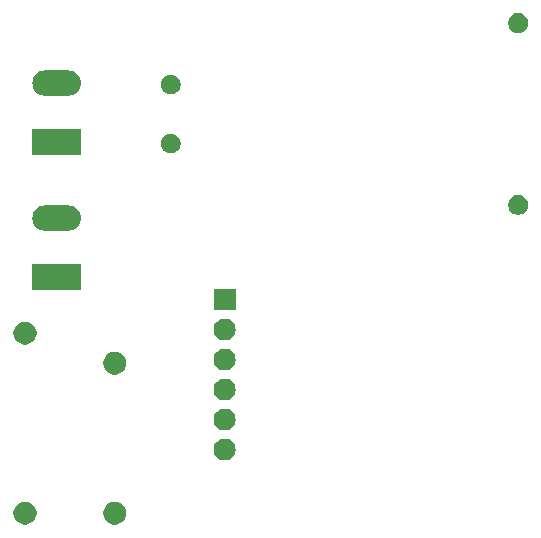
<source format=gbs>
G04 #@! TF.GenerationSoftware,KiCad,Pcbnew,5.0.2-bee76a0~70~ubuntu18.04.1*
G04 #@! TF.CreationDate,2019-03-23T21:35:37+01:00*
G04 #@! TF.ProjectId,AC Relay,41432052-656c-4617-992e-6b696361645f,rev?*
G04 #@! TF.SameCoordinates,Original*
G04 #@! TF.FileFunction,Soldermask,Bot*
G04 #@! TF.FilePolarity,Negative*
%FSLAX46Y46*%
G04 Gerber Fmt 4.6, Leading zero omitted, Abs format (unit mm)*
G04 Created by KiCad (PCBNEW 5.0.2-bee76a0~70~ubuntu18.04.1) date sáb 23 mar 2019 21:35:37 CET*
%MOMM*%
%LPD*%
G01*
G04 APERTURE LIST*
%ADD10C,0.100000*%
G04 APERTURE END LIST*
D10*
G36*
X80899397Y-90927468D02*
X81076836Y-91000966D01*
X81236527Y-91107668D01*
X81372332Y-91243473D01*
X81479034Y-91403164D01*
X81552532Y-91580603D01*
X81590000Y-91768971D01*
X81590000Y-91961029D01*
X81552532Y-92149397D01*
X81479034Y-92326836D01*
X81372332Y-92486527D01*
X81236527Y-92622332D01*
X81076836Y-92729034D01*
X80899397Y-92802532D01*
X80711029Y-92840000D01*
X80518971Y-92840000D01*
X80330603Y-92802532D01*
X80153164Y-92729034D01*
X79993473Y-92622332D01*
X79857668Y-92486527D01*
X79750966Y-92326836D01*
X79677468Y-92149397D01*
X79640000Y-91961029D01*
X79640000Y-91768971D01*
X79677468Y-91580603D01*
X79750966Y-91403164D01*
X79857668Y-91243473D01*
X79993473Y-91107668D01*
X80153164Y-91000966D01*
X80330603Y-90927468D01*
X80518971Y-90890000D01*
X80711029Y-90890000D01*
X80899397Y-90927468D01*
X80899397Y-90927468D01*
G37*
G36*
X73299397Y-90927468D02*
X73476836Y-91000966D01*
X73636527Y-91107668D01*
X73772332Y-91243473D01*
X73879034Y-91403164D01*
X73952532Y-91580603D01*
X73990000Y-91768971D01*
X73990000Y-91961029D01*
X73952532Y-92149397D01*
X73879034Y-92326836D01*
X73772332Y-92486527D01*
X73636527Y-92622332D01*
X73476836Y-92729034D01*
X73299397Y-92802532D01*
X73111029Y-92840000D01*
X72918971Y-92840000D01*
X72730603Y-92802532D01*
X72553164Y-92729034D01*
X72393473Y-92622332D01*
X72257668Y-92486527D01*
X72150966Y-92326836D01*
X72077468Y-92149397D01*
X72040000Y-91961029D01*
X72040000Y-91768971D01*
X72077468Y-91580603D01*
X72150966Y-91403164D01*
X72257668Y-91243473D01*
X72393473Y-91107668D01*
X72553164Y-91000966D01*
X72730603Y-90927468D01*
X72918971Y-90890000D01*
X73111029Y-90890000D01*
X73299397Y-90927468D01*
X73299397Y-90927468D01*
G37*
G36*
X90097330Y-85575384D02*
X90271696Y-85628277D01*
X90432390Y-85714170D01*
X90573238Y-85829762D01*
X90688830Y-85970610D01*
X90774723Y-86131304D01*
X90827616Y-86305670D01*
X90845475Y-86487000D01*
X90827616Y-86668330D01*
X90774723Y-86842696D01*
X90688830Y-87003390D01*
X90573238Y-87144238D01*
X90432390Y-87259830D01*
X90271696Y-87345723D01*
X90097330Y-87398616D01*
X89961438Y-87412000D01*
X89870562Y-87412000D01*
X89734670Y-87398616D01*
X89560304Y-87345723D01*
X89399610Y-87259830D01*
X89258762Y-87144238D01*
X89143170Y-87003390D01*
X89057277Y-86842696D01*
X89004384Y-86668330D01*
X88986525Y-86487000D01*
X89004384Y-86305670D01*
X89057277Y-86131304D01*
X89143170Y-85970610D01*
X89258762Y-85829762D01*
X89399610Y-85714170D01*
X89560304Y-85628277D01*
X89734670Y-85575384D01*
X89870562Y-85562000D01*
X89961438Y-85562000D01*
X90097330Y-85575384D01*
X90097330Y-85575384D01*
G37*
G36*
X90097330Y-83035384D02*
X90271696Y-83088277D01*
X90432390Y-83174170D01*
X90573238Y-83289762D01*
X90688830Y-83430610D01*
X90774723Y-83591304D01*
X90827616Y-83765670D01*
X90845475Y-83947000D01*
X90827616Y-84128330D01*
X90774723Y-84302696D01*
X90688830Y-84463390D01*
X90573238Y-84604238D01*
X90432390Y-84719830D01*
X90271696Y-84805723D01*
X90097330Y-84858616D01*
X89961438Y-84872000D01*
X89870562Y-84872000D01*
X89734670Y-84858616D01*
X89560304Y-84805723D01*
X89399610Y-84719830D01*
X89258762Y-84604238D01*
X89143170Y-84463390D01*
X89057277Y-84302696D01*
X89004384Y-84128330D01*
X88986525Y-83947000D01*
X89004384Y-83765670D01*
X89057277Y-83591304D01*
X89143170Y-83430610D01*
X89258762Y-83289762D01*
X89399610Y-83174170D01*
X89560304Y-83088277D01*
X89734670Y-83035384D01*
X89870562Y-83022000D01*
X89961438Y-83022000D01*
X90097330Y-83035384D01*
X90097330Y-83035384D01*
G37*
G36*
X90097330Y-80495384D02*
X90271696Y-80548277D01*
X90432390Y-80634170D01*
X90573238Y-80749762D01*
X90688830Y-80890610D01*
X90774723Y-81051304D01*
X90827616Y-81225670D01*
X90845475Y-81407000D01*
X90827616Y-81588330D01*
X90774723Y-81762696D01*
X90688830Y-81923390D01*
X90573238Y-82064238D01*
X90432390Y-82179830D01*
X90271696Y-82265723D01*
X90097330Y-82318616D01*
X89961438Y-82332000D01*
X89870562Y-82332000D01*
X89734670Y-82318616D01*
X89560304Y-82265723D01*
X89399610Y-82179830D01*
X89258762Y-82064238D01*
X89143170Y-81923390D01*
X89057277Y-81762696D01*
X89004384Y-81588330D01*
X88986525Y-81407000D01*
X89004384Y-81225670D01*
X89057277Y-81051304D01*
X89143170Y-80890610D01*
X89258762Y-80749762D01*
X89399610Y-80634170D01*
X89560304Y-80548277D01*
X89734670Y-80495384D01*
X89870562Y-80482000D01*
X89961438Y-80482000D01*
X90097330Y-80495384D01*
X90097330Y-80495384D01*
G37*
G36*
X80899397Y-78227468D02*
X81076836Y-78300966D01*
X81236527Y-78407668D01*
X81372332Y-78543473D01*
X81479034Y-78703164D01*
X81552532Y-78880603D01*
X81590000Y-79068971D01*
X81590000Y-79261029D01*
X81552532Y-79449397D01*
X81479034Y-79626836D01*
X81372332Y-79786527D01*
X81236527Y-79922332D01*
X81076836Y-80029034D01*
X80899397Y-80102532D01*
X80711029Y-80140000D01*
X80518971Y-80140000D01*
X80330603Y-80102532D01*
X80153164Y-80029034D01*
X79993473Y-79922332D01*
X79857668Y-79786527D01*
X79750966Y-79626836D01*
X79677468Y-79449397D01*
X79640000Y-79261029D01*
X79640000Y-79068971D01*
X79677468Y-78880603D01*
X79750966Y-78703164D01*
X79857668Y-78543473D01*
X79993473Y-78407668D01*
X80153164Y-78300966D01*
X80330603Y-78227468D01*
X80518971Y-78190000D01*
X80711029Y-78190000D01*
X80899397Y-78227468D01*
X80899397Y-78227468D01*
G37*
G36*
X90097330Y-77955384D02*
X90271696Y-78008277D01*
X90432390Y-78094170D01*
X90573238Y-78209762D01*
X90688830Y-78350610D01*
X90774723Y-78511304D01*
X90827616Y-78685670D01*
X90845475Y-78867000D01*
X90827616Y-79048330D01*
X90774723Y-79222696D01*
X90688830Y-79383390D01*
X90573238Y-79524238D01*
X90432390Y-79639830D01*
X90271696Y-79725723D01*
X90097330Y-79778616D01*
X89961438Y-79792000D01*
X89870562Y-79792000D01*
X89734670Y-79778616D01*
X89560304Y-79725723D01*
X89399610Y-79639830D01*
X89258762Y-79524238D01*
X89143170Y-79383390D01*
X89057277Y-79222696D01*
X89004384Y-79048330D01*
X88986525Y-78867000D01*
X89004384Y-78685670D01*
X89057277Y-78511304D01*
X89143170Y-78350610D01*
X89258762Y-78209762D01*
X89399610Y-78094170D01*
X89560304Y-78008277D01*
X89734670Y-77955384D01*
X89870562Y-77942000D01*
X89961438Y-77942000D01*
X90097330Y-77955384D01*
X90097330Y-77955384D01*
G37*
G36*
X73299397Y-75687468D02*
X73476836Y-75760966D01*
X73636527Y-75867668D01*
X73772332Y-76003473D01*
X73879034Y-76163164D01*
X73952532Y-76340603D01*
X73990000Y-76528971D01*
X73990000Y-76721029D01*
X73952532Y-76909397D01*
X73879034Y-77086836D01*
X73772332Y-77246527D01*
X73636527Y-77382332D01*
X73476836Y-77489034D01*
X73299397Y-77562532D01*
X73111029Y-77600000D01*
X72918971Y-77600000D01*
X72730603Y-77562532D01*
X72553164Y-77489034D01*
X72393473Y-77382332D01*
X72257668Y-77246527D01*
X72150966Y-77086836D01*
X72077468Y-76909397D01*
X72040000Y-76721029D01*
X72040000Y-76528971D01*
X72077468Y-76340603D01*
X72150966Y-76163164D01*
X72257668Y-76003473D01*
X72393473Y-75867668D01*
X72553164Y-75760966D01*
X72730603Y-75687468D01*
X72918971Y-75650000D01*
X73111029Y-75650000D01*
X73299397Y-75687468D01*
X73299397Y-75687468D01*
G37*
G36*
X90097330Y-75415384D02*
X90271696Y-75468277D01*
X90432390Y-75554170D01*
X90573238Y-75669762D01*
X90688830Y-75810610D01*
X90774723Y-75971304D01*
X90827616Y-76145670D01*
X90845475Y-76327000D01*
X90827616Y-76508330D01*
X90774723Y-76682696D01*
X90688830Y-76843390D01*
X90573238Y-76984238D01*
X90432390Y-77099830D01*
X90271696Y-77185723D01*
X90097330Y-77238616D01*
X89961438Y-77252000D01*
X89870562Y-77252000D01*
X89734670Y-77238616D01*
X89560304Y-77185723D01*
X89399610Y-77099830D01*
X89258762Y-76984238D01*
X89143170Y-76843390D01*
X89057277Y-76682696D01*
X89004384Y-76508330D01*
X88986525Y-76327000D01*
X89004384Y-76145670D01*
X89057277Y-75971304D01*
X89143170Y-75810610D01*
X89258762Y-75669762D01*
X89399610Y-75554170D01*
X89560304Y-75468277D01*
X89734670Y-75415384D01*
X89870562Y-75402000D01*
X89961438Y-75402000D01*
X90097330Y-75415384D01*
X90097330Y-75415384D01*
G37*
G36*
X90841000Y-74712000D02*
X88991000Y-74712000D01*
X88991000Y-72862000D01*
X90841000Y-72862000D01*
X90841000Y-74712000D01*
X90841000Y-74712000D01*
G37*
G36*
X77747000Y-72947000D02*
X73637000Y-72947000D01*
X73637000Y-70817000D01*
X77747000Y-70817000D01*
X77747000Y-72947000D01*
X77747000Y-72947000D01*
G37*
G36*
X76851661Y-65828557D02*
X76890778Y-65832410D01*
X77024612Y-65873009D01*
X77091530Y-65893308D01*
X77276545Y-65992200D01*
X77438712Y-66125288D01*
X77571800Y-66287455D01*
X77670692Y-66472470D01*
X77670692Y-66472471D01*
X77731590Y-66673222D01*
X77731590Y-66673224D01*
X77752153Y-66882000D01*
X77734974Y-67056420D01*
X77731590Y-67090778D01*
X77690991Y-67224612D01*
X77670692Y-67291530D01*
X77571800Y-67476545D01*
X77438712Y-67638712D01*
X77276545Y-67771800D01*
X77091530Y-67870692D01*
X77024612Y-67890991D01*
X76890778Y-67931590D01*
X76851661Y-67935443D01*
X76734318Y-67947000D01*
X74649682Y-67947000D01*
X74532339Y-67935443D01*
X74493222Y-67931590D01*
X74359388Y-67890991D01*
X74292470Y-67870692D01*
X74107455Y-67771800D01*
X73945288Y-67638712D01*
X73812200Y-67476545D01*
X73713308Y-67291530D01*
X73693009Y-67224612D01*
X73652410Y-67090778D01*
X73649026Y-67056420D01*
X73631847Y-66882000D01*
X73652410Y-66673224D01*
X73652410Y-66673222D01*
X73713308Y-66472471D01*
X73713308Y-66472470D01*
X73812200Y-66287455D01*
X73945288Y-66125288D01*
X74107455Y-65992200D01*
X74292470Y-65893308D01*
X74359388Y-65873009D01*
X74493222Y-65832410D01*
X74532339Y-65828557D01*
X74649682Y-65817000D01*
X76734318Y-65817000D01*
X76851661Y-65828557D01*
X76851661Y-65828557D01*
G37*
G36*
X115002144Y-64967165D02*
X115154469Y-65030260D01*
X115291557Y-65121860D01*
X115408140Y-65238443D01*
X115499740Y-65375531D01*
X115562835Y-65527856D01*
X115595000Y-65689561D01*
X115595000Y-65854439D01*
X115562835Y-66016144D01*
X115499740Y-66168469D01*
X115408140Y-66305557D01*
X115291557Y-66422140D01*
X115154469Y-66513740D01*
X115002144Y-66576835D01*
X114840439Y-66609000D01*
X114675561Y-66609000D01*
X114513856Y-66576835D01*
X114361531Y-66513740D01*
X114224443Y-66422140D01*
X114107860Y-66305557D01*
X114016260Y-66168469D01*
X113953165Y-66016144D01*
X113921000Y-65854439D01*
X113921000Y-65689561D01*
X113953165Y-65527856D01*
X114016260Y-65375531D01*
X114107860Y-65238443D01*
X114224443Y-65121860D01*
X114361531Y-65030260D01*
X114513856Y-64967165D01*
X114675561Y-64935000D01*
X114840439Y-64935000D01*
X115002144Y-64967165D01*
X115002144Y-64967165D01*
G37*
G36*
X77747000Y-61517000D02*
X73637000Y-61517000D01*
X73637000Y-59387000D01*
X77747000Y-59387000D01*
X77747000Y-61517000D01*
X77747000Y-61517000D01*
G37*
G36*
X85602144Y-59767165D02*
X85754469Y-59830260D01*
X85891557Y-59921860D01*
X86008140Y-60038443D01*
X86099740Y-60175531D01*
X86162835Y-60327856D01*
X86195000Y-60489561D01*
X86195000Y-60654439D01*
X86162835Y-60816144D01*
X86099740Y-60968469D01*
X86008140Y-61105557D01*
X85891557Y-61222140D01*
X85754469Y-61313740D01*
X85602144Y-61376835D01*
X85440439Y-61409000D01*
X85275561Y-61409000D01*
X85113856Y-61376835D01*
X84961531Y-61313740D01*
X84824443Y-61222140D01*
X84707860Y-61105557D01*
X84616260Y-60968469D01*
X84553165Y-60816144D01*
X84521000Y-60654439D01*
X84521000Y-60489561D01*
X84553165Y-60327856D01*
X84616260Y-60175531D01*
X84707860Y-60038443D01*
X84824443Y-59921860D01*
X84961531Y-59830260D01*
X85113856Y-59767165D01*
X85275561Y-59735000D01*
X85440439Y-59735000D01*
X85602144Y-59767165D01*
X85602144Y-59767165D01*
G37*
G36*
X76851661Y-54398557D02*
X76890778Y-54402410D01*
X77024612Y-54443009D01*
X77091530Y-54463308D01*
X77276545Y-54562200D01*
X77438712Y-54695288D01*
X77571800Y-54857455D01*
X77670692Y-55042470D01*
X77670692Y-55042471D01*
X77731590Y-55243222D01*
X77731590Y-55243224D01*
X77752153Y-55452000D01*
X77748453Y-55489561D01*
X77731590Y-55660778D01*
X77690991Y-55794612D01*
X77670692Y-55861530D01*
X77571800Y-56046545D01*
X77438712Y-56208712D01*
X77276545Y-56341800D01*
X77091530Y-56440692D01*
X77024612Y-56460991D01*
X76890778Y-56501590D01*
X76851662Y-56505442D01*
X76734318Y-56517000D01*
X74649682Y-56517000D01*
X74532338Y-56505442D01*
X74493222Y-56501590D01*
X74359388Y-56460991D01*
X74292470Y-56440692D01*
X74107455Y-56341800D01*
X73945288Y-56208712D01*
X73812200Y-56046545D01*
X73713308Y-55861530D01*
X73693009Y-55794612D01*
X73652410Y-55660778D01*
X73635547Y-55489561D01*
X73631847Y-55452000D01*
X73652410Y-55243224D01*
X73652410Y-55243222D01*
X73713308Y-55042471D01*
X73713308Y-55042470D01*
X73812200Y-54857455D01*
X73945288Y-54695288D01*
X74107455Y-54562200D01*
X74292470Y-54463308D01*
X74359388Y-54443009D01*
X74493222Y-54402410D01*
X74532339Y-54398557D01*
X74649682Y-54387000D01*
X76734318Y-54387000D01*
X76851661Y-54398557D01*
X76851661Y-54398557D01*
G37*
G36*
X85602144Y-54767165D02*
X85754469Y-54830260D01*
X85891557Y-54921860D01*
X86008140Y-55038443D01*
X86099740Y-55175531D01*
X86162835Y-55327856D01*
X86195000Y-55489561D01*
X86195000Y-55654439D01*
X86162835Y-55816144D01*
X86099740Y-55968469D01*
X86008140Y-56105557D01*
X85891557Y-56222140D01*
X85754469Y-56313740D01*
X85602144Y-56376835D01*
X85440439Y-56409000D01*
X85275561Y-56409000D01*
X85113856Y-56376835D01*
X84961531Y-56313740D01*
X84824443Y-56222140D01*
X84707860Y-56105557D01*
X84616260Y-55968469D01*
X84553165Y-55816144D01*
X84521000Y-55654439D01*
X84521000Y-55489561D01*
X84553165Y-55327856D01*
X84616260Y-55175531D01*
X84707860Y-55038443D01*
X84824443Y-54921860D01*
X84961531Y-54830260D01*
X85113856Y-54767165D01*
X85275561Y-54735000D01*
X85440439Y-54735000D01*
X85602144Y-54767165D01*
X85602144Y-54767165D01*
G37*
G36*
X115002144Y-49567165D02*
X115154469Y-49630260D01*
X115291557Y-49721860D01*
X115408140Y-49838443D01*
X115499740Y-49975531D01*
X115562835Y-50127856D01*
X115595000Y-50289561D01*
X115595000Y-50454439D01*
X115562835Y-50616144D01*
X115499740Y-50768469D01*
X115408140Y-50905557D01*
X115291557Y-51022140D01*
X115154469Y-51113740D01*
X115002144Y-51176835D01*
X114840439Y-51209000D01*
X114675561Y-51209000D01*
X114513856Y-51176835D01*
X114361531Y-51113740D01*
X114224443Y-51022140D01*
X114107860Y-50905557D01*
X114016260Y-50768469D01*
X113953165Y-50616144D01*
X113921000Y-50454439D01*
X113921000Y-50289561D01*
X113953165Y-50127856D01*
X114016260Y-49975531D01*
X114107860Y-49838443D01*
X114224443Y-49721860D01*
X114361531Y-49630260D01*
X114513856Y-49567165D01*
X114675561Y-49535000D01*
X114840439Y-49535000D01*
X115002144Y-49567165D01*
X115002144Y-49567165D01*
G37*
M02*

</source>
